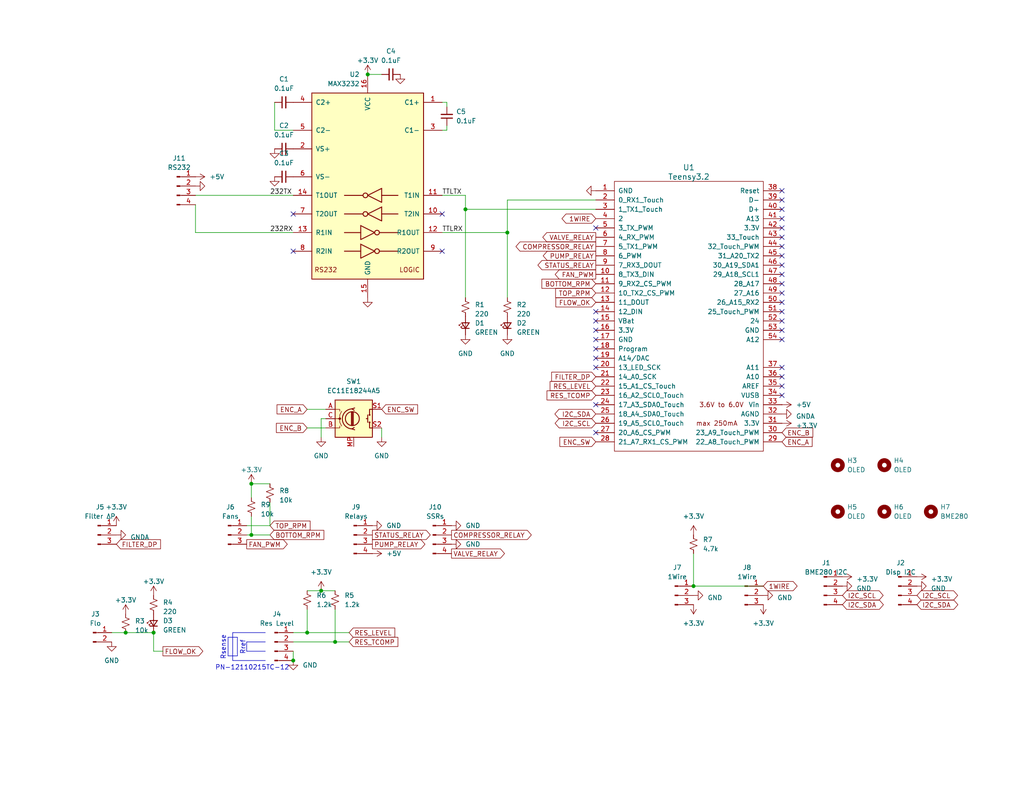
<source format=kicad_sch>
(kicad_sch (version 20231120) (generator "eeschema") (generator_version "8.0")
  (paper "USLetter")
  (title_block (title "CW-5200 Controller") (date "2024-08-01") (company "AGMLego") (comment 1 "https://github.com/agmlego/water-cooling-controller"))
  (lib_symbols
    (symbol "Connector:Conn_01x02_Pin" (pin_names (offset 1.016) hide)
      (property "Reference" "J" (at 0 2.54 0))
      (property "Value" "Conn_01x02_Pin" (at 0 -5.08 0))
      (symbol "Conn_01x02_Pin_1_1"
        (polyline (pts (xy 1.27 -2.54) (xy 0.8636 -2.54)) (stroke (width 0.1524)))
        (polyline (pts (xy 1.27 0) (xy 0.8636 0)) (stroke (width 0.1524)))
        (rectangle (start 0.8636 -2.413) (end 0 -2.667) (stroke (width 0.1524)) (fill (type outline)))
        (rectangle (start 0.8636 0.127) (end 0 -0.127) (stroke (width 0.1524)) (fill (type outline)))
        (pin passive line (at 5.08 0 180) (length 3.81) (name "Pin_1") (number "1"))
        (pin passive line (at 5.08 -2.54 180) (length 3.81) (name "Pin_2") (number "2"))
      )
    )
    (symbol "Connector:Conn_01x03_Pin" (pin_names (offset 1.016) hide)
      (property "Reference" "J" (at 0 5.08 0))
      (property "Value" "Conn_01x03_Pin" (at 0 -5.08 0))
      (symbol "Conn_01x03_Pin_1_1"
        (polyline (pts (xy 1.27 -2.54) (xy 0.8636 -2.54)) (stroke (width 0.1524)))
        (polyline (pts (xy 1.27 0) (xy 0.8636 0)) (stroke (width 0.1524)))
        (polyline (pts (xy 1.27 2.54) (xy 0.8636 2.54)) (stroke (width 0.1524)))
        (rectangle (start 0.8636 -2.413) (end 0 -2.667) (stroke (width 0.1524)) (fill (type outline)))
        (rectangle (start 0.8636 0.127) (end 0 -0.127) (stroke (width 0.1524)) (fill (type outline)))
        (rectangle (start 0.8636 2.667) (end 0 2.413) (stroke (width 0.1524)) (fill (type outline)))
        (pin passive line (at 5.08 2.54 180) (length 3.81) (name "Pin_1") (number "1"))
        (pin passive line (at 5.08 0 180) (length 3.81) (name "Pin_2") (number "2"))
        (pin passive line (at 5.08 -2.54 180) (length 3.81) (name "Pin_3") (number "3"))
      )
    )
    (symbol "Connector:Conn_01x04_Pin" (pin_names (offset 1.016) hide)
      (property "Reference" "J" (at 0 5.08 0))
      (property "Value" "Conn_01x04_Pin" (at 0 -7.62 0))
      (symbol "Conn_01x04_Pin_1_1"
        (polyline (pts (xy 1.27 -5.08) (xy 0.8636 -5.08)) (stroke (width 0.1524)))
        (polyline (pts (xy 1.27 -2.54) (xy 0.8636 -2.54)) (stroke (width 0.1524)))
        (polyline (pts (xy 1.27 0) (xy 0.8636 0)) (stroke (width 0.1524)))
        (polyline (pts (xy 1.27 2.54) (xy 0.8636 2.54)) (stroke (width 0.1524)))
        (rectangle (start 0.8636 -4.953) (end 0 -5.207) (stroke (width 0.1524)) (fill (type outline)))
        (rectangle (start 0.8636 -2.413) (end 0 -2.667) (stroke (width 0.1524)) (fill (type outline)))
        (rectangle (start 0.8636 0.127) (end 0 -0.127) (stroke (width 0.1524)) (fill (type outline)))
        (rectangle (start 0.8636 2.667) (end 0 2.413) (stroke (width 0.1524)) (fill (type outline)))
        (pin passive line (at 5.08 2.54 180) (length 3.81) (name "Pin_1") (number "1"))
        (pin passive line (at 5.08 0 180) (length 3.81) (name "Pin_2") (number "2"))
        (pin passive line (at 5.08 -2.54 180) (length 3.81) (name "Pin_3") (number "3"))
        (pin passive line (at 5.08 -5.08 180) (length 3.81) (name "Pin_4") (number "4"))
      )
    )
    (symbol "Device:C_Small" (pin_numbers hide) (pin_names (offset 0.254) hide)
      (property "Reference" "C" (at 0.254 1.778 0))
      (property "Value" "C_Small" (at 0.254 -2.032 0))
      (symbol "C_Small_0_1"
        (polyline (pts (xy -1.524 -0.508) (xy 1.524 -0.508)) (stroke (width 0.3302)))
        (polyline (pts (xy -1.524 0.508) (xy 1.524 0.508)) (stroke (width 0.3048)))
      )
      (symbol "C_Small_1_1"
        (pin passive line (at 0 2.54 270) (length 2.032) (name "~") (number "1"))
        (pin passive line (at 0 -2.54 90) (length 2.032) (name "~") (number "2"))
      )
    )
    (symbol "Device:LED_Small" (pin_numbers hide) (pin_names (offset 0.254) hide)
      (property "Reference" "D" (at -1.27 3.175 0))
      (property "Value" "LED_Small" (at -4.445 -2.54 0))
      (symbol "LED_Small_0_1"
        (polyline (pts (xy -0.762 -1.016) (xy -0.762 1.016)) (stroke (width 0.254)))
        (polyline (pts (xy 1.016 0) (xy -0.762 0)))
        (polyline (pts (xy 0.762 -1.016) (xy -0.762 0) (xy 0.762 1.016) (xy 0.762 -1.016)) (stroke (width 0.254)))
        (polyline (pts (xy 0 0.762) (xy -0.508 1.27) (xy -0.254 1.27) (xy -0.508 1.27) (xy -0.508 1.016)))
        (polyline (pts (xy 0.508 1.27) (xy 0 1.778) (xy 0.254 1.778) (xy 0 1.778) (xy 0 1.524)))
      )
      (symbol "LED_Small_1_1"
        (pin passive line (at -2.54 0 0) (length 1.778) (name "K") (number "1"))
        (pin passive line (at 2.54 0 180) (length 1.778) (name "A") (number "2"))
      )
    )
    (symbol "Device:R_Small_US" (pin_numbers hide) (pin_names (offset 0.254) hide)
      (property "Reference" "R" (at 0.762 0.508 0))
      (property "Value" "R_Small_US" (at 0.762 -1.016 0))
      (symbol "R_Small_US_1_1"
        (polyline (pts (xy 0 0) (xy 1.016 -0.381) (xy 0 -0.762) (xy -1.016 -1.143) (xy 0 -1.524)))
        (polyline (pts (xy 0 1.524) (xy 1.016 1.143) (xy 0 0.762) (xy -1.016 0.381) (xy 0 0)))
        (pin passive line (at 0 2.54 270) (length 1.016) (name "~") (number "1"))
        (pin passive line (at 0 -2.54 90) (length 1.016) (name "~") (number "2"))
      )
    )
    (symbol "Device:RotaryEncoder_Switch_MP" (pin_names (offset 0.254) hide)
      (property "Reference" "SW" (at 0 8.89 0))
      (property "Value" "RotaryEncoder_Switch_MP" (at 0 6.35 0))
      (symbol "RotaryEncoder_Switch_MP_0_1"
        (rectangle (start -5.08 5.08) (end 5.08 -5.08) (stroke (width 0.254)) (fill (type background)))
        (circle (center -3.81 0) (radius 0.254) (fill (type outline)))
        (circle (center -0.381 0) (radius 1.905) (stroke (width 0.254)))
        (arc (start -0.381 2.667) (mid -3.0988 -0.0635) (end -0.381 -2.794) (stroke (width 0.254)))
        (polyline (pts (xy -0.635 -1.778) (xy -0.635 1.778)) (stroke (width 0.254)))
        (polyline (pts (xy -0.381 -1.778) (xy -0.381 1.778)) (stroke (width 0.254)))
        (polyline (pts (xy -0.127 1.778) (xy -0.127 -1.778)) (stroke (width 0.254)))
        (polyline (pts (xy 3.81 0) (xy 3.429 0)) (stroke (width 0.254)))
        (polyline (pts (xy 3.81 1.016) (xy 3.81 -1.016)) (stroke (width 0.254)))
        (polyline (pts (xy -5.08 -2.54) (xy -3.81 -2.54) (xy -3.81 -2.032)))
        (polyline (pts (xy -5.08 2.54) (xy -3.81 2.54) (xy -3.81 2.032)))
        (polyline (pts (xy 0.254 -3.048) (xy -0.508 -2.794) (xy 0.127 -2.413)) (stroke (width 0.254)))
        (polyline (pts (xy 0.254 2.921) (xy -0.508 2.667) (xy 0.127 2.286)) (stroke (width 0.254)))
        (polyline (pts (xy 5.08 -2.54) (xy 4.318 -2.54) (xy 4.318 -1.016)) (stroke (width 0.254)))
        (polyline (pts (xy 5.08 2.54) (xy 4.318 2.54) (xy 4.318 1.016)) (stroke (width 0.254)))
        (polyline (pts (xy -5.08 0) (xy -3.81 0) (xy -3.81 -1.016) (xy -3.302 -2.032)))
        (polyline (pts (xy -4.318 0) (xy -3.81 0) (xy -3.81 1.016) (xy -3.302 2.032)))
        (circle (center 4.318 -1.016) (radius 0.127) (stroke (width 0.254)))
        (circle (center 4.318 1.016) (radius 0.127) (stroke (width 0.254)))
      )
      (symbol "RotaryEncoder_Switch_MP_1_1"
        (pin passive line (at -7.62 2.54 0) (length 2.54) (name "A") (number "A"))
        (pin passive line (at -7.62 -2.54 0) (length 2.54) (name "B") (number "B"))
        (pin passive line (at -7.62 0 0) (length 2.54) (name "C") (number "C"))
        (pin passive line (at 0 -7.62 90) (length 2.54) (name "MP") (number "MP"))
        (pin passive line (at 7.62 2.54 180) (length 2.54) (name "S1") (number "S1"))
        (pin passive line (at 7.62 -2.54 180) (length 2.54) (name "S2") (number "S2"))
      )
    )
    (symbol "GNDA_1" (power) (pin_numbers hide) (pin_names (offset 0) hide)
      (property "Value" "GNDA" (at 0 -3.81 0))
      (symbol "GNDA_1_0_1"
        (polyline (pts (xy 0 0) (xy 0 -1.27) (xy 1.27 -1.27) (xy 0 -2.54) (xy -1.27 -1.27) (xy 0 -1.27)))
      )
      (symbol "GNDA_1_1_1"
        (pin power_in line (at 0 0 270) (length 0) (name "~") (number "1"))
      )
    )
    (symbol "Interface_UART:MAX3232" (pin_names (offset 1.016))
      (property "Reference" "U" (at -2.54 28.575 0))
      (property "Value" "MAX3232" (at -2.54 26.67 0))
      (symbol "MAX3232_0_0"
        (text "LOGIC" (at -11.43 -22.86 0) (effects (font (size 1.27 1.27))))
        (text "RS232" (at 11.43 -22.86 0) (effects (font (size 1.27 1.27))))
      )
      (symbol "MAX3232_0_1"
        (rectangle (start -15.24 -25.4) (end 15.24 25.4) (stroke (width 0.254)) (fill (type background)))
        (circle (center -2.54 -17.78) (radius 0.635) (stroke (width 0.254)))
        (circle (center -2.54 -12.7) (radius 0.635) (stroke (width 0.254)))
        (polyline (pts (xy -3.81 -7.62) (xy -8.255 -7.62)) (stroke (width 0.254)))
        (polyline (pts (xy -3.81 -2.54) (xy -8.255 -2.54)) (stroke (width 0.254)))
        (polyline (pts (xy -3.175 -17.78) (xy -8.255 -17.78)) (stroke (width 0.254)))
        (polyline (pts (xy -3.175 -12.7) (xy -8.255 -12.7)) (stroke (width 0.254)))
        (polyline (pts (xy 1.27 -7.62) (xy 6.35 -7.62)) (stroke (width 0.254)))
        (polyline (pts (xy 1.27 -2.54) (xy 6.35 -2.54)) (stroke (width 0.254)))
        (polyline (pts (xy 1.905 -17.78) (xy 6.35 -17.78)) (stroke (width 0.254)))
        (polyline (pts (xy 1.905 -12.7) (xy 6.35 -12.7)) (stroke (width 0.254)))
        (polyline (pts (xy -3.81 -5.715) (xy -3.81 -9.525) (xy 0 -7.62) (xy -3.81 -5.715)) (stroke (width 0.254)))
        (polyline (pts (xy -3.81 -0.635) (xy -3.81 -4.445) (xy 0 -2.54) (xy -3.81 -0.635)) (stroke (width 0.254)))
        (polyline (pts (xy 1.905 -15.875) (xy 1.905 -19.685) (xy -1.905 -17.78) (xy 1.905 -15.875)) (stroke (width 0.254)))
        (polyline (pts (xy 1.905 -10.795) (xy 1.905 -14.605) (xy -1.905 -12.7) (xy 1.905 -10.795)) (stroke (width 0.254)))
        (circle (center 0.635 -7.62) (radius 0.635) (stroke (width 0.254)))
        (circle (center 0.635 -2.54) (radius 0.635) (stroke (width 0.254)))
      )
      (symbol "MAX3232_1_1"
        (pin passive line (at -20.32 22.86 0) (length 5.08) (name "C1+") (number "1"))
        (pin input line (at -20.32 -7.62 0) (length 5.08) (name "T2IN") (number "10"))
        (pin input line (at -20.32 -2.54 0) (length 5.08) (name "T1IN") (number "11"))
        (pin output line (at -20.32 -12.7 0) (length 5.08) (name "R1OUT") (number "12"))
        (pin input line (at 20.32 -12.7 180) (length 5.08) (name "R1IN") (number "13"))
        (pin output line (at 20.32 -2.54 180) (length 5.08) (name "T1OUT") (number "14"))
        (pin power_in line (at 0 -30.48 90) (length 5.08) (name "GND") (number "15"))
        (pin power_in line (at 0 30.48 270) (length 5.08) (name "VCC") (number "16"))
        (pin power_out line (at 20.32 10.16 180) (length 5.08) (name "VS+") (number "2"))
        (pin passive line (at -20.32 15.24 0) (length 5.08) (name "C1-") (number "3"))
        (pin passive line (at 20.32 22.86 180) (length 5.08) (name "C2+") (number "4"))
        (pin passive line (at 20.32 15.24 180) (length 5.08) (name "C2-") (number "5"))
        (pin power_out line (at 20.32 2.54 180) (length 5.08) (name "VS-") (number "6"))
        (pin output line (at 20.32 -7.62 180) (length 5.08) (name "T2OUT") (number "7"))
        (pin input line (at 20.32 -17.78 180) (length 5.08) (name "R2IN") (number "8"))
        (pin output line (at -20.32 -17.78 0) (length 5.08) (name "R2OUT") (number "9"))
      )
    )
    (symbol "Mechanical:MountingHole" (pin_names (offset 1.016)) (exclude_from_sim yes) (in_bom no)
      (property "Reference" "H" (at 0 5.08 0))
      (property "Value" "MountingHole" (at 0 3.175 0))
      (symbol "MountingHole_0_1"
        (circle (center 0 0) (radius 1.27) (stroke (width 1.27)))
      )
    )
    (symbol "power:+3.3V" (power) (pin_names (offset 0))
      (property "Value" "+3.3V" (at 0 3.556 0))
      (symbol "+3.3V_0_1"
        (polyline (pts (xy -0.762 1.27) (xy 0 2.54)))
        (polyline (pts (xy 0 0) (xy 0 2.54)))
        (polyline (pts (xy 0 2.54) (xy 0.762 1.27)))
      )
      (symbol "+3.3V_1_1"
        (pin power_in line (at 0 0 90) (length 0) hide (name "+3.3V") (number "1"))
      )
    )
    (symbol "power:+5V" (power) (pin_numbers hide) (pin_names (offset 0) hide)
      (property "Value" "+5V" (at 0 3.556 0))
      (symbol "+5V_0_1"
        (polyline (pts (xy -0.762 1.27) (xy 0 2.54)))
        (polyline (pts (xy 0 0) (xy 0 2.54)))
        (polyline (pts (xy 0 2.54) (xy 0.762 1.27)))
      )
      (symbol "+5V_1_1"
        (pin power_in line (at 0 0 90) (length 0) (name "~") (number "1"))
      )
    )
    (symbol "power:GND" (power) (pin_names (offset 0))
      (property "Value" "GND" (at 0 -3.81 0))
      (symbol "GND_0_1"
        (polyline (pts (xy 0 0) (xy 0 -1.27) (xy 1.27 -1.27) (xy 0 -2.54) (xy -1.27 -1.27) (xy 0 -1.27)))
      )
      (symbol "GND_1_1"
        (pin power_in line (at 0 0 270) (length 0) hide (name "GND") (number "1"))
      )
    )
    (symbol "power:GNDA" (power) (pin_names (offset 0))
      (property "Value" "GNDA" (at 0 -3.81 0))
      (symbol "GNDA_0_1"
        (polyline (pts (xy 0 0) (xy 0 -1.27) (xy 1.27 -1.27) (xy 0 -2.54) (xy -1.27 -1.27) (xy 0 -1.27)))
      )
      (symbol "GNDA_1_1"
        (pin power_in line (at 0 0 270) (length 0) hide (name "GNDA") (number "1"))
      )
    )
    (symbol "teensy:Teensy3.2" (pin_names (offset 1.016))
      (property "Reference" "U" (at 0 39.37 0))
      (property "Value" "Teensy3.2" (at 0 -39.37 0))
      (symbol "Teensy3.2_0_0"
        (text "3.6V to 6.0V" (at 8.89 -24.13 0) (effects (font (size 1.27 1.27))))
        (text "max 250mA" (at 7.62 -29.21 0) (effects (font (size 1.27 1.27))))
      )
      (symbol "Teensy3.2_0_1"
        (rectangle (start -20.32 -36.83) (end 20.32 36.83))
      )
      (symbol "Teensy3.2_1_1"
        (pin power_in line (at -25.4 34.29 0) (length 5.08) (name "GND") (number "1"))
        (pin bidirectional line (at -25.4 11.43 0) (length 5.08) (name "8_TX3_DIN") (number "10"))
        (pin bidirectional line (at -25.4 8.89 0) (length 5.08) (name "9_RX2_CS_PWM") (number "11"))
        (pin bidirectional line (at -25.4 6.35 0) (length 5.08) (name "10_TX2_CS_PWM") (number "12"))
        (pin bidirectional line (at -25.4 3.81 0) (length 5.08) (name "11_DOUT") (number "13"))
        (pin bidirectional line (at -25.4 1.27 0) (length 5.08) (name "12_DIN") (number "14"))
        (pin power_in line (at -25.4 -1.27 0) (length 5.08) (name "VBat") (number "15"))
        (pin power_out line (at -25.4 -3.81 0) (length 5.08) (name "3.3V") (number "16"))
        (pin power_in line (at -25.4 -6.35 0) (length 5.08) (name "GND") (number "17"))
        (pin input line (at -25.4 -8.89 0) (length 5.08) (name "Program") (number "18"))
        (pin bidirectional line (at -25.4 -11.43 0) (length 5.08) (name "A14/DAC") (number "19"))
        (pin bidirectional line (at -25.4 31.75 0) (length 5.08) (name "0_RX1_Touch") (number "2"))
        (pin bidirectional line (at -25.4 -13.97 0) (length 5.08) (name "13_LED_SCK") (number "20"))
        (pin bidirectional line (at -25.4 -16.51 0) (length 5.08) (name "14_A0_SCK") (number "21"))
        (pin bidirectional line (at -25.4 -19.05 0) (length 5.08) (name "15_A1_CS_Touch") (number "22"))
        (pin bidirectional line (at -25.4 -21.59 0) (length 5.08) (name "16_A2_SCL0_Touch") (number "23"))
        (pin bidirectional line (at -25.4 -24.13 0) (length 5.08) (name "17_A3_SDA0_Touch") (number "24"))
        (pin bidirectional line (at -25.4 -26.67 0) (length 5.08) (name "18_A4_SDA0_Touch") (number "25"))
        (pin bidirectional line (at -25.4 -29.21 0) (length 5.08) (name "19_A5_SCL0_Touch") (number "26"))
        (pin bidirectional line (at -25.4 -31.75 0) (length 5.08) (name "20_A6_CS_PWM") (number "27"))
        (pin bidirectional line (at -25.4 -34.29 0) (length 5.08) (name "21_A7_RX1_CS_PWM") (number "28"))
        (pin bidirectional line (at 25.4 -34.29 180) (length 5.08) (name "22_A8_Touch_PWM") (number "29"))
        (pin bidirectional line (at -25.4 29.21 0) (length 5.08) (name "1_TX1_Touch") (number "3"))
        (pin bidirectional line (at 25.4 -31.75 180) (length 5.08) (name "23_A9_Touch_PWM") (number "30"))
        (pin power_out line (at 25.4 -29.21 180) (length 5.08) (name "3.3V") (number "31"))
        (pin power_out line (at 25.4 -26.67 180) (length 5.08) (name "AGND") (number "32"))
        (pin power_in line (at 25.4 -24.13 180) (length 5.08) (name "Vin") (number "33"))
        (pin power_in line (at 25.4 -21.59 180) (length 5.08) (name "VUSB") (number "34"))
        (pin input line (at 25.4 -19.05 180) (length 5.08) (name "AREF") (number "35"))
        (pin bidirectional line (at 25.4 -16.51 180) (length 5.08) (name "A10") (number "36"))
        (pin bidirectional line (at 25.4 -13.97 180) (length 5.08) (name "A11") (number "37"))
        (pin input line (at 25.4 34.29 180) (length 5.08) (name "Reset") (number "38"))
        (pin bidirectional line (at 25.4 31.75 180) (length 5.08) (name "D-") (number "39"))
        (pin bidirectional line (at -25.4 26.67 0) (length 5.08) (name "2") (number "4"))
        (pin bidirectional line (at 25.4 29.21 180) (length 5.08) (name "D+") (number "40"))
        (pin bidirectional line (at 25.4 26.67 180) (length 5.08) (name "A13") (number "41"))
        (pin power_out line (at 25.4 24.13 180) (length 5.08) (name "3.3V") (number "42"))
        (pin bidirectional line (at 25.4 21.59 180) (length 5.08) (name "33_Touch") (number "43"))
        (pin bidirectional line (at 25.4 19.05 180) (length 5.08) (name "32_Touch_PWM") (number "44"))
        (pin bidirectional line (at 25.4 16.51 180) (length 5.08) (name "31_A20_TX2") (number "45"))
        (pin bidirectional line (at 25.4 13.97 180) (length 5.08) (name "30_A19_SDA1") (number "46"))
        (pin bidirectional line (at 25.4 11.43 180) (length 5.08) (name "29_A18_SCL1") (number "47"))
        (pin bidirectional line (at 25.4 8.89 180) (length 5.08) (name "28_A17") (number "48"))
        (pin bidirectional line (at 25.4 6.35 180) (length 5.08) (name "27_A16") (number "49"))
        (pin bidirectional line (at -25.4 24.13 0) (length 5.08) (name "3_TX_PWM") (number "5"))
        (pin bidirectional line (at 25.4 3.81 180) (length 5.08) (name "26_A15_RX2") (number "50"))
        (pin bidirectional line (at 25.4 1.27 180) (length 5.08) (name "25_Touch_PWM") (number "51"))
        (pin bidirectional line (at 25.4 -1.27 180) (length 5.08) (name "24") (number "52"))
        (pin power_in line (at 25.4 -3.81 180) (length 5.08) (name "GND") (number "53"))
        (pin bidirectional line (at 25.4 -6.35 180) (length 5.08) (name "A12") (number "54"))
        (pin bidirectional line (at -25.4 21.59 0) (length 5.08) (name "4_RX_PWM") (number "6"))
        (pin bidirectional line (at -25.4 19.05 0) (length 5.08) (name "5_TX1_PWM") (number "7"))
        (pin bidirectional line (at -25.4 16.51 0) (length 5.08) (name "6_PWM") (number "8"))
        (pin bidirectional line (at -25.4 13.97 0) (length 5.08) (name "7_RX3_DOUT") (number "9"))
      )
    )
  )
  (junction (at 68.58 132.08))
  (junction (at 127 57.15))
  (junction (at 34.29 172.72))
  (junction (at 68.58 146.05))
  (junction (at 189.23 160.02))
  (junction (at 100.33 20.32))
  (junction (at 138.43 63.5))
  (junction (at 41.91 172.72))
  (junction (at 80.01 180.34))
  (junction (at 87.63 161.29))
  (junction (at 91.44 175.26))
  (junction (at 83.82 172.72))
  (no_connect (at 162.56 100.33))
  (no_connect (at 162.56 110.49))
  (no_connect (at 213.36 100.33))
  (no_connect (at 162.56 97.79))
  (no_connect (at 213.36 67.31))
  (no_connect (at 213.36 57.15))
  (no_connect (at 213.36 69.85))
  (no_connect (at 213.36 54.61))
  (no_connect (at 213.36 82.55))
  (no_connect (at 162.56 62.23))
  (no_connect (at 213.36 74.93))
  (no_connect (at 162.56 95.25))
  (no_connect (at 162.56 90.17))
  (no_connect (at 80.01 58.42))
  (no_connect (at 213.36 52.07))
  (no_connect (at 162.56 87.63))
  (no_connect (at 213.36 107.95))
  (no_connect (at 162.56 118.11))
  (no_connect (at 213.36 59.69))
  (no_connect (at 213.36 87.63))
  (no_connect (at 213.36 77.47))
  (no_connect (at 213.36 64.77))
  (no_connect (at 120.65 68.58))
  (no_connect (at 213.36 92.71))
  (no_connect (at 213.36 90.17))
  (no_connect (at 213.36 62.23))
  (no_connect (at 213.36 72.39))
  (no_connect (at 80.01 68.58))
  (no_connect (at 213.36 105.41))
  (no_connect (at 120.65 58.42))
  (no_connect (at 162.56 92.71))
  (no_connect (at 213.36 85.09))
  (no_connect (at 213.36 102.87))
  (no_connect (at 213.36 80.01))
  (no_connect (at 162.56 85.09))
  (wire (pts (xy 91.44 166.37) (xy 91.44 175.26)))
  (wire (pts (xy 189.23 151.13) (xy 189.23 160.02)))
  (polyline (pts (xy 62.23 173.99) (xy 62.23 179.07)))
  (wire (pts (xy 68.58 132.08) (xy 68.58 135.89)))
  (wire (pts (xy 74.93 35.56) (xy 80.01 35.56)))
  (wire (pts (xy 83.82 172.72) (xy 95.25 172.72)))
  (wire (pts (xy 121.92 27.94) (xy 121.92 29.21)))
  (polyline (pts (xy 63.5 172.72) (xy 63.5 180.34)))
  (wire (pts (xy 73.66 146.05) (xy 68.58 146.05)))
  (wire (pts (xy 120.65 27.94) (xy 121.92 27.94)))
  (wire (pts (xy 83.82 166.37) (xy 83.82 172.72)))
  (wire (pts (xy 74.93 27.94) (xy 74.93 35.56)))
  (wire (pts (xy 44.45 177.8) (xy 41.91 177.8)))
  (wire (pts (xy 87.63 161.29) (xy 91.44 161.29)))
  (polyline (pts (xy 64.77 173.99) (xy 64.77 179.07)))
  (wire (pts (xy 83.82 116.84) (xy 88.9 116.84)))
  (wire (pts (xy 121.92 34.29) (xy 121.92 35.56)))
  (wire (pts (xy 68.58 132.08) (xy 73.66 132.08)))
  (wire (pts (xy 127 81.28) (xy 127 57.15)))
  (wire (pts (xy 121.92 35.56) (xy 120.65 35.56)))
  (wire (pts (xy 68.58 146.05) (xy 67.31 146.05)))
  (wire (pts (xy 127 57.15) (xy 127 53.34)))
  (wire (pts (xy 104.14 20.32) (xy 100.33 20.32)))
  (wire (pts (xy 189.23 160.02) (xy 208.28 160.02)))
  (polyline (pts (xy 67.31 177.8) (xy 72.39 177.8)))
  (wire (pts (xy 41.91 177.8) (xy 41.91 172.72)))
  (wire (pts (xy 127 53.34) (xy 120.65 53.34)))
  (wire (pts (xy 83.82 111.76) (xy 88.9 111.76)))
  (wire (pts (xy 53.34 63.5) (xy 80.01 63.5)))
  (wire (pts (xy 80.01 177.8) (xy 80.01 180.34)))
  (wire (pts (xy 120.65 63.5) (xy 138.43 63.5)))
  (wire (pts (xy 73.66 137.16) (xy 73.66 143.51)))
  (wire (pts (xy 91.44 175.26) (xy 95.25 175.26)))
  (polyline (pts (xy 72.39 175.26) (xy 67.31 175.26)))
  (polyline (pts (xy 62.23 173.99) (xy 64.77 173.99)))
  (polyline (pts (xy 67.31 175.26) (xy 67.31 177.8)))
  (wire (pts (xy 87.63 114.3) (xy 87.63 119.38)))
  (wire (pts (xy 53.34 55.88) (xy 53.34 63.5)))
  (wire (pts (xy 34.29 172.72) (xy 41.91 172.72)))
  (polyline (pts (xy 64.77 179.07) (xy 62.23 179.07)))
  (wire (pts (xy 88.9 114.3) (xy 87.63 114.3)))
  (wire (pts (xy 73.66 143.51) (xy 67.31 143.51)))
  (wire (pts (xy 127 57.15) (xy 162.56 57.15)))
  (wire (pts (xy 68.58 140.97) (xy 68.58 146.05)))
  (wire (pts (xy 162.56 54.61) (xy 138.43 54.61)))
  (wire (pts (xy 53.34 53.34) (xy 80.01 53.34)))
  (wire (pts (xy 138.43 54.61) (xy 138.43 63.5)))
  (wire (pts (xy 138.43 63.5) (xy 138.43 81.28)))
  (wire (pts (xy 83.82 172.72) (xy 80.01 172.72)))
  (wire (pts (xy 104.14 119.38) (xy 104.14 116.84)))
  (polyline (pts (xy 63.5 180.34) (xy 72.39 180.34)))
  (wire (pts (xy 83.82 161.29) (xy 87.63 161.29)))
  (wire (pts (xy 30.48 172.72) (xy 34.29 172.72)))
  (polyline (pts (xy 72.39 172.72) (xy 63.5 172.72)))
  (wire (pts (xy 91.44 175.26) (xy 80.01 175.26)))
  (text "PN-12110215TC-12" (at 68.834 182.372 0) (effects (font (size 1.27 1.27))))
  (text "Rref" (at 66.294 176.784 90) (effects (font (size 1.27 1.27))))
  (text "Rsense" (at 60.96 176.784 90) (effects (font (size 1.27 1.27))))
  (label "TTLTX" (at 120.65 53.34 0))
  (label "232TX" (at 73.66 53.34 0))
  (label "TTLRX" (at 120.65 63.5 0))
  (label "232RX" (at 73.66 63.5 0))
  (global_label "STATUS_RELAY" (shape output) (at 101.6 146.05 0) (property "Intersheetrefs" "${INTERSHEET_REFS}" (effects (hide yes))))
  (global_label "ENC_B" (shape input) (at 213.36 118.11 0) (property "Intersheetrefs" "${INTERSHEET_REFS}" (effects (hide yes))))
  (global_label "VALVE_RELAY" (shape output) (at 162.56 64.77 180) (property "Intersheetrefs" "${INTERSHEET_REFS}" (effects (hide yes))))
  (global_label "RES_LEVEL" (shape input) (at 95.25 172.72 0) (property "Intersheetrefs" "${INTERSHEET_REFS}" (effects (hide yes))))
  (global_label "TOP_RPM" (shape input) (at 73.66 143.51 0) (property "Intersheetrefs" "${INTERSHEET_REFS}" (effects (hide yes))))
  (global_label "ENC_SW" (shape input) (at 162.56 120.65 180) (property "Intersheetrefs" "${INTERSHEET_REFS}" (effects (hide yes))))
  (global_label "I2C_SDA" (shape bidirectional) (at 250.19 165.1 0) (property "Intersheetrefs" "${INTERSHEET_REFS}" (effects (hide yes))))
  (global_label "I2C_SDA" (shape bidirectional) (at 162.56 113.03 180) (property "Intersheetrefs" "${INTERSHEET_REFS}" (effects (hide yes))))
  (global_label "PUMP_RELAY" (shape output) (at 101.6 148.59 0) (property "Intersheetrefs" "${INTERSHEET_REFS}" (effects (hide yes))))
  (global_label "BOTTOM_RPM" (shape input) (at 73.66 146.05 0) (property "Intersheetrefs" "${INTERSHEET_REFS}" (effects (hide yes))))
  (global_label "FILTER_DP" (shape input) (at 31.75 148.59 0) (property "Intersheetrefs" "${INTERSHEET_REFS}" (effects (hide yes))))
  (global_label "PUMP_RELAY" (shape output) (at 162.56 69.85 180) (property "Intersheetrefs" "${INTERSHEET_REFS}" (effects (hide yes))))
  (global_label "1WIRE" (shape bidirectional) (at 162.56 59.69 180) (property "Intersheetrefs" "${INTERSHEET_REFS}" (effects (hide yes))))
  (global_label "I2C_SCL" (shape bidirectional) (at 229.87 162.56 0) (property "Intersheetrefs" "${INTERSHEET_REFS}" (effects (hide yes))))
  (global_label "ENC_B" (shape input) (at 83.82 116.84 180) (property "Intersheetrefs" "${INTERSHEET_REFS}" (effects (hide yes))))
  (global_label "RES_TCOMP" (shape input) (at 162.56 107.95 180) (property "Intersheetrefs" "${INTERSHEET_REFS}" (effects (hide yes))))
  (global_label "BOTTOM_RPM" (shape input) (at 162.56 77.47 180) (property "Intersheetrefs" "${INTERSHEET_REFS}" (effects (hide yes))))
  (global_label "1WIRE" (shape bidirectional) (at 208.28 160.02 0) (property "Intersheetrefs" "${INTERSHEET_REFS}" (effects (hide yes))))
  (global_label "FILTER_DP" (shape input) (at 162.56 102.87 180) (property "Intersheetrefs" "${INTERSHEET_REFS}" (effects (hide yes))))
  (global_label "RES_LEVEL" (shape input) (at 162.56 105.41 180) (property "Intersheetrefs" "${INTERSHEET_REFS}" (effects (hide yes))))
  (global_label "FAN_PWM" (shape output) (at 162.56 74.93 180) (property "Intersheetrefs" "${INTERSHEET_REFS}" (effects (hide yes))))
  (global_label "TOP_RPM" (shape input) (at 162.56 80.01 180) (property "Intersheetrefs" "${INTERSHEET_REFS}" (effects (hide yes))))
  (global_label "RES_TCOMP" (shape input) (at 95.25 175.26 0) (property "Intersheetrefs" "${INTERSHEET_REFS}" (effects (hide yes))))
  (global_label "I2C_SDA" (shape bidirectional) (at 229.87 165.1 0) (property "Intersheetrefs" "${INTERSHEET_REFS}" (effects (hide yes))))
  (global_label "ENC_SW" (shape input) (at 104.14 111.76 0) (property "Intersheetrefs" "${INTERSHEET_REFS}" (effects (hide yes))))
  (global_label "STATUS_RELAY" (shape output) (at 162.56 72.39 180) (property "Intersheetrefs" "${INTERSHEET_REFS}" (effects (hide yes))))
  (global_label "COMPRESSOR_RELAY" (shape output) (at 162.56 67.31 180) (property "Intersheetrefs" "${INTERSHEET_REFS}" (effects (hide yes))))
  (global_label "VALVE_RELAY" (shape output) (at 123.19 151.13 0) (property "Intersheetrefs" "${INTERSHEET_REFS}" (effects (hide yes))))
  (global_label "I2C_SCL" (shape bidirectional) (at 250.19 162.56 0) (property "Intersheetrefs" "${INTERSHEET_REFS}" (effects (hide yes))))
  (global_label "COMPRESSOR_RELAY" (shape output) (at 123.19 146.05 0) (property "Intersheetrefs" "${INTERSHEET_REFS}" (effects (hide yes))))
  (global_label "FLOW_OK" (shape input) (at 162.56 82.55 180) (property "Intersheetrefs" "${INTERSHEET_REFS}" (effects (hide yes))))
  (global_label "ENC_A" (shape input) (at 83.82 111.76 180) (property "Intersheetrefs" "${INTERSHEET_REFS}" (effects (hide yes))))
  (global_label "ENC_A" (shape input) (at 213.36 120.65 0) (property "Intersheetrefs" "${INTERSHEET_REFS}" (effects (hide yes))))
  (global_label "FAN_PWM" (shape output) (at 67.31 148.59 0) (property "Intersheetrefs" "${INTERSHEET_REFS}" (effects (hide yes))))
  (global_label "FLOW_OK" (shape output) (at 44.45 177.8 0) (property "Intersheetrefs" "${INTERSHEET_REFS}" (effects (hide yes))))
  (global_label "I2C_SCL" (shape bidirectional) (at 162.56 115.57 180) (property "Intersheetrefs" "${INTERSHEET_REFS}" (effects (hide yes))))
  (symbol (lib_id "power:+3.3V") (at 250.19 157.48 270) (unit 1)
    (property "Reference" "#PWR010" (effects (hide yes)))
    (property "Value" "+3.3V" (at 254 158.115 90) (effects (justify left)))
  )
  (symbol (lib_id "Interface_UART:MAX3232") (at 100.33 50.8 0) (mirror y) (unit 1)
    (property "Reference" "U2" (at 98.1359 20.32 0) (effects (justify left)))
    (property "Value" "MAX3232" (at 98.1359 22.86 0) (effects (justify left)))
    (property "Footprint" "Package_SO:TSSOP-16_4.4x5mm_P0.65mm" (effects (hide yes)))
    (property "Datasheet" "https://datasheets.maximintegrated.com/en/ds/MAX3222-MAX3241.pdf" (effects (hide yes)))
    (property "Description" "3.0V to 5.5V, Low-Power, up to 1Mbps, True RS-232 Transceivers Using Four 0.1μF External Capacitors" (effects (hide yes)))
  )
  (symbol (lib_id "power:GND") (at 138.43 91.44 0) (unit 1)
    (property "Reference" "#PWR02" (effects (hide yes)))
    (property "Value" "GND" (at 138.43 96.52 0))
  )
  (symbol (lib_id "Mechanical:MountingHole") (at 228.6 139.7 0) (unit 1) (exclude_from_sim yes)
    (property "Reference" "H5" (at 231.14 138.4299 0) (effects (justify left)))
    (property "Value" "OLED" (at 231.14 140.9699 0) (effects (justify left)))
    (property "Footprint" "MountingHole:MountingHole_2.2mm_M2" (effects (hide yes)))
  )
  (symbol (lib_id "power:+5V") (at 53.34 48.26 270) (unit 1)
    (property "Reference" "#PWR036" (effects (hide yes)))
    (property "Value" "+5V" (at 57.15 48.2599 90) (effects (justify left)))
    (property "Description" "Power symbol creates a global label with name \"+5V\"" (effects (hide yes)))
  )
  (symbol (lib_id "Connector:Conn_01x03_Pin") (at 62.23 146.05 0) (unit 1)
    (property "Reference" "J6" (at 62.865 138.43 0))
    (property "Value" "Fans" (at 62.865 140.97 0))
    (property "Footprint" "Connector_JST:JST_XH_B3B-XH-A_1x03_P2.50mm_Vertical" (effects (hide yes)))
  )
  (symbol (lib_id "power:GND") (at 74.93 48.26 0) (unit 1)
    (property "Reference" "#PWR013" (effects (hide yes)))
    (property "Value" "GND" (effects (hide yes)))
  )
  (symbol (lib_id "power:GND") (at 189.23 162.56 90) (unit 1)
    (property "Reference" "#PWR026" (effects (hide yes)))
    (property "Value" "GND" (at 193.04 163.195 90) (effects (justify right)))
  )
  (symbol (lib_id "Connector:Conn_01x03_Pin") (at 184.15 162.56 0) (unit 1)
    (property "Reference" "J7" (at 184.785 154.94 0))
    (property "Value" "1Wire" (at 184.785 157.48 0))
    (property "Footprint" "Connector_JST:JST_XH_B3B-XH-A_1x03_P2.50mm_Vertical" (effects (hide yes)))
  )
  (symbol (lib_id "Device:R_Small_US") (at 34.29 170.18 0) (unit 1)
    (property "Reference" "R3" (at 36.83 169.545 0) (effects (justify left)))
    (property "Value" "10k" (at 36.83 172.085 0) (effects (justify left)))
    (property "Footprint" "Resistor_SMD:R_1206_3216Metric" (effects (hide yes)))
  )
  (symbol (lib_id "Connector:Conn_01x03_Pin") (at 203.2 162.56 0) (unit 1)
    (property "Reference" "J8" (at 203.835 154.94 0))
    (property "Value" "1Wire" (at 203.835 157.48 0))
    (property "Footprint" "Connector_JST:JST_XH_B3B-XH-A_1x03_P2.50mm_Vertical" (effects (hide yes)))
  )
  (symbol (lib_id "power:GND") (at 127 91.44 0) (unit 1)
    (property "Reference" "#PWR01" (effects (hide yes)))
    (property "Value" "GND" (at 127 96.52 0))
  )
  (symbol (lib_id "power:GND") (at 87.63 119.38 0) (unit 1)
    (property "Reference" "#PWR034" (effects (hide yes)))
    (property "Value" "GND" (at 87.63 124.46 0))
  )
  (symbol (lib_id "power:GND") (at 208.28 162.56 90) (unit 1)
    (property "Reference" "#PWR025" (effects (hide yes)))
    (property "Value" "GND" (at 212.09 163.195 90) (effects (justify right)))
  )
  (symbol (lib_id "power:+5V") (at 101.6 151.13 270) (unit 1)
    (property "Reference" "#PWR027" (effects (hide yes)))
    (property "Value" "+5V" (at 105.41 151.1299 90) (effects (justify left)))
    (property "Description" "Power symbol creates a global label with name \"+5V\"" (effects (hide yes)))
  )
  (symbol (lib_id "Device:R_Small_US") (at 91.44 163.83 180) (unit 1)
    (property "Reference" "R5" (at 93.98 162.5599 0) (effects (justify right)))
    (property "Value" "1.2k" (at 93.98 165.0999 0) (effects (justify right)))
    (property "Footprint" "Resistor_SMD:R_1206_3216Metric" (effects (hide yes)))
  )
  (symbol (lib_id "Device:C_Small") (at 121.92 31.75 180) (unit 1)
    (property "Reference" "C5" (at 124.46 30.4735 0) (effects (justify right)))
    (property "Value" "0.1uF" (at 124.46 33.0135 0) (effects (justify right)))
    (property "Footprint" "Capacitor_SMD:C_1206_3216Metric" (effects (hide yes)))
  )
  (symbol (lib_id "power:GND") (at 109.22 20.32 0) (unit 1)
    (property "Reference" "#PWR016" (effects (hide yes)))
    (property "Value" "GND" (effects (hide yes)))
  )
  (symbol (lib_id "Device:C_Small") (at 106.68 20.32 270) (unit 1)
    (property "Reference" "C4" (at 106.6736 13.97 90))
    (property "Value" "0.1uF" (at 106.6736 16.51 90))
    (property "Footprint" "Capacitor_SMD:C_1206_3216Metric" (effects (hide yes)))
  )
  (symbol (lib_id "Mechanical:MountingHole") (at 228.6 127 0) (unit 1) (exclude_from_sim yes)
    (property "Reference" "H3" (at 231.14 125.7299 0) (effects (justify left)))
    (property "Value" "OLED" (at 231.14 128.2699 0) (effects (justify left)))
    (property "Footprint" "MountingHole:MountingHole_2.2mm_M2" (effects (hide yes)))
  )
  (symbol (lib_id "power:GND") (at 162.56 52.07 270) (unit 1)
    (property "Reference" "#PWR03" (effects (hide yes)))
    (property "Value" "GND" (effects (hide yes)))
  )
  (symbol (lib_id "Connector:Conn_01x04_Pin") (at 96.52 146.05 0) (unit 1)
    (property "Reference" "J9" (at 97.155 138.43 0))
    (property "Value" "Relays" (at 97.155 140.97 0))
    (property "Footprint" "Connector_JST:JST_XH_B4B-XH-A_1x04_P2.50mm_Vertical" (effects (hide yes)))
  )
  (symbol (lib_id "Device:R_Small_US") (at 138.43 83.82 0) (unit 1)
    (property "Reference" "R2" (at 140.97 83.185 0) (effects (justify left)))
    (property "Value" "220" (at 140.97 85.725 0) (effects (justify left)))
    (property "Footprint" "Resistor_SMD:R_1206_3216Metric" (effects (hide yes)))
  )
  (symbol (lib_id "power:GNDA") (at 31.75 146.05 90) (unit 1)
    (property "Reference" "#PWR022" (effects (hide yes)))
    (property "Value" "GNDA" (at 35.56 146.685 90) (effects (justify right)))
  )
  (symbol (lib_id "power:GND") (at 74.93 40.64 0) (unit 1)
    (property "Reference" "#PWR012" (effects (hide yes)))
    (property "Value" "GND" (effects (hide yes)))
  )
  (symbol (lib_id "power:GND") (at 53.34 50.8 90) (unit 1)
    (property "Reference" "#PWR035" (effects (hide yes)))
    (property "Value" "GND" (effects (hide yes)))
  )
  (symbol (lib_id "Connector:Conn_01x04_Pin") (at 74.93 175.26 0) (unit 1)
    (property "Reference" "J4" (at 75.565 167.64 0))
    (property "Value" "Res Level" (at 75.565 170.18 0))
    (property "Footprint" "Connector_JST:JST_XH_B4B-XH-A_1x04_P2.50mm_Vertical" (effects (hide yes)))
  )
  (symbol (lib_id "power:GND") (at 229.87 160.02 90) (unit 1)
    (property "Reference" "#PWR09" (effects (hide yes)))
    (property "Value" "GND" (at 233.68 160.655 90) (effects (justify right)))
  )
  (symbol (lib_id "power:GND") (at 101.6 143.51 90) (unit 1)
    (property "Reference" "#PWR028" (effects (hide yes)))
    (property "Value" "GND" (at 105.41 143.5099 90) (effects (justify right)))
  )
  (symbol (lib_id "Device:R_Small_US") (at 41.91 165.1 0) (unit 1)
    (property "Reference" "R4" (at 44.45 164.465 0) (effects (justify left)))
    (property "Value" "220" (at 44.45 167.005 0) (effects (justify left)))
    (property "Footprint" "Resistor_SMD:R_1206_3216Metric" (effects (hide yes)))
  )
  (symbol (lib_id "power:GND") (at 100.33 81.28 0) (unit 1)
    (property "Reference" "#PWR015" (effects (hide yes)))
    (property "Value" "GND" (effects (hide yes)))
  )
  (symbol (lib_id "Device:LED_Small") (at 41.91 170.18 90) (unit 1)
    (property "Reference" "D3" (at 44.45 169.4815 90) (effects (justify right)))
    (property "Value" "GREEN" (at 44.45 172.0215 90) (effects (justify right)))
    (property "Footprint" "LED_SMD:LED_1206_3216Metric" (effects (hide yes)))
  )
  (symbol (lib_id "Device:LED_Small") (at 138.43 88.9 90) (unit 1)
    (property "Reference" "D2" (at 140.97 88.2015 90) (effects (justify right)))
    (property "Value" "GREEN" (at 140.97 90.7415 90) (effects (justify right)))
    (property "Footprint" "LED_SMD:LED_1206_3216Metric" (effects (hide yes)))
  )
  (symbol (lib_id "power:+3.3V") (at 229.87 157.48 270) (unit 1)
    (property "Reference" "#PWR08" (effects (hide yes)))
    (property "Value" "+3.3V" (at 233.68 158.115 90) (effects (justify left)))
  )
  (symbol (lib_id "Device:LED_Small") (at 127 88.9 90) (unit 1)
    (property "Reference" "D1" (at 129.54 88.2015 90) (effects (justify right)))
    (property "Value" "GREEN" (at 129.54 90.7415 90) (effects (justify right)))
    (property "Footprint" "LED_SMD:LED_1206_3216Metric" (effects (hide yes)))
  )
  (symbol (lib_id "Mechanical:MountingHole") (at 241.3 127 0) (unit 1) (exclude_from_sim yes)
    (property "Reference" "H4" (at 243.84 125.7299 0) (effects (justify left)))
    (property "Value" "OLED" (at 243.84 128.2699 0) (effects (justify left)))
    (property "Footprint" "MountingHole:MountingHole_2.2mm_M2" (effects (hide yes)))
  )
  (symbol (lib_id "Device:R_Small_US") (at 73.66 134.62 0) (unit 1)
    (property "Reference" "R8" (at 76.2 133.985 0) (effects (justify left)))
    (property "Value" "10k" (at 76.2 136.525 0) (effects (justify left)))
    (property "Footprint" "Resistor_SMD:R_1206_3216Metric" (effects (hide yes)))
  )
  (symbol (lib_id "Connector:Conn_01x03_Pin") (at 26.67 146.05 0) (unit 1)
    (property "Reference" "J5" (at 27.305 138.43 0))
    (property "Value" "Filter ΔP" (at 27.305 140.97 0))
    (property "Footprint" "Connector_JST:JST_XH_B3B-XH-A_1x03_P2.50mm_Vertical" (effects (hide yes)))
  )
  (symbol (lib_id "Device:R_Small_US") (at 127 83.82 0) (unit 1)
    (property "Reference" "R1" (at 129.54 83.185 0) (effects (justify left)))
    (property "Value" "220" (at 129.54 85.725 0) (effects (justify left)))
    (property "Footprint" "Resistor_SMD:R_1206_3216Metric" (effects (hide yes)))
  )
  (symbol (lib_id "power:+3.3V") (at 31.75 143.51 0) (unit 1)
    (property "Reference" "#PWR021" (effects (hide yes)))
    (property "Value" "+3.3V" (at 31.75 138.43 0))
  )
  (symbol (lib_id "power:+3.3V") (at 41.91 162.56 0) (unit 1)
    (property "Reference" "#PWR019" (effects (hide yes)))
    (property "Value" "+3.3V" (at 41.91 158.75 0))
  )
  (symbol (lib_id "power:GND") (at 123.19 148.59 90) (unit 1)
    (property "Reference" "#PWR030" (effects (hide yes)))
    (property "Value" "GND" (at 127 148.5899 90) (effects (justify right)))
  )
  (symbol (lib_id "Device:R_Small_US") (at 68.58 138.43 0) (unit 1)
    (property "Reference" "R9" (at 71.12 137.795 0) (effects (justify left)))
    (property "Value" "10k" (at 71.12 140.335 0) (effects (justify left)))
    (property "Footprint" "Resistor_SMD:R_1206_3216Metric" (effects (hide yes)))
  )
  (symbol (lib_id "Connector:Conn_01x04_Pin") (at 224.79 160.02 0) (unit 1)
    (property "Reference" "J1" (at 225.425 153.67 0))
    (property "Value" "BME280 I2C" (at 225.425 156.21 0))
    (property "Footprint" "Connector_PinHeader_2.54mm:PinHeader_1x04_P2.54mm_Vertical" (effects (hide yes)))
  )
  (symbol (lib_id "teensy:Teensy3.2") (at 187.96 86.36 0) (unit 1)
    (property "Reference" "U1" (at 187.96 45.72 0) (effects (font (size 1.524 1.524))))
    (property "Value" "Teensy3.2" (at 187.96 48.26 0) (effects (font (size 1.524 1.524))))
    (property "Footprint" "Teensy:Teensy30_31_32_All_Pins" (effects (hide yes)))
  )
  (symbol (lib_id "Device:RotaryEncoder_Switch_MP") (at 96.52 114.3 0) (unit 1)
    (property "Reference" "SW1" (at 96.52 104.14 0))
    (property "Value" "EC11E18244A5" (at 96.52 106.68 0))
    (property "Footprint" "Rotary_Encoder:RotaryEncoder_Alps_EC11E-Switch_Vertical_H20mm" (effects (hide yes)))
    (property "Description" "Rotary encoder, dual channel, incremental quadrate outputs, with switch and MP Pin" (effects (hide yes)))
  )
  (symbol (lib_id "Mechanical:MountingHole") (at 241.3 139.7 0) (unit 1) (exclude_from_sim yes)
    (property "Reference" "H6" (at 243.84 138.4299 0) (effects (justify left)))
    (property "Value" "OLED" (at 243.84 140.9699 0) (effects (justify left)))
    (property "Footprint" "MountingHole:MountingHole_2.2mm_M2" (effects (hide yes)))
  )
  (symbol (lib_id "power:+3.3V") (at 189.23 146.05 0) (unit 1)
    (property "Reference" "#PWR031" (effects (hide yes)))
    (property "Value" "+3.3V" (at 189.23 140.97 0))
  )
  (symbol (lib_id "power:+3.3V") (at 208.28 165.1 180) (unit 1)
    (property "Reference" "#PWR024" (effects (hide yes)))
    (property "Value" "+3.3V" (at 208.28 170.18 0))
  )
  (symbol (lib_id "power:+5V") (at 213.36 110.49 270) (unit 1)
    (property "Reference" "#PWR04" (effects (hide yes)))
    (property "Value" "+5V" (at 217.17 110.4899 90) (effects (justify left)))
    (property "Description" "Power symbol creates a global label with name \"+5V\"" (effects (hide yes)))
  )
  (symbol (lib_id "power:+3.3V") (at 87.63 161.29 0) (unit 1)
    (property "Reference" "#PWR020" (effects (hide yes)))
    (property "Value" "+3.3V" (at 87.63 156.21 0))
  )
  (symbol (lib_id "power:+3.3V") (at 213.36 115.57 270) (unit 1)
    (property "Reference" "#PWR07" (effects (hide yes)))
    (property "Value" "+3.3V" (at 217.17 116.205 90) (effects (justify left)))
  )
  (symbol (lib_id "power:+3.3V") (at 189.23 165.1 180) (unit 1)
    (property "Reference" "#PWR023" (effects (hide yes)))
    (property "Value" "+3.3V" (at 189.23 170.18 0))
  )
  (symbol (lib_name "GNDA_1") (lib_id "power:GNDA") (at 80.01 180.34 0) (unit 1)
    (property "Reference" "#PWR05" (effects (hide yes)))
    (property "Value" "GND" (at 82.55 181.6099 0) (effects (justify left)))
    (property "Description" "Power symbol creates a global label with name \"GNDA\" , analog ground" (effects (hide yes)))
  )
  (symbol (lib_id "Connector:Conn_01x04_Pin") (at 48.26 50.8 0) (unit 1)
    (property "Reference" "J11" (at 48.895 43.18 0))
    (property "Value" "RS232" (at 48.895 45.72 0))
    (property "Footprint" "Connector_JST:JST_XH_B4B-XH-A_1x04_P2.50mm_Vertical" (effects (hide yes)))
  )
  (symbol (lib_id "Device:C_Small") (at 77.47 48.26 270) (unit 1)
    (property "Reference" "C3" (at 77.4636 41.91 90))
    (property "Value" "0.1uF" (at 77.4636 44.45 90))
    (property "Footprint" "Capacitor_SMD:C_1206_3216Metric" (effects (hide yes)))
  )
  (symbol (lib_id "power:GND") (at 123.19 143.51 90) (unit 1)
    (property "Reference" "#PWR029" (effects (hide yes)))
    (property "Value" "GND" (at 127 143.5099 90) (effects (justify right)))
  )
  (symbol (lib_id "power:GND") (at 30.48 175.26 0) (unit 1)
    (property "Reference" "#PWR017" (effects (hide yes)))
    (property "Value" "GND" (at 30.48 180.34 0))
  )
  (symbol (lib_id "power:GNDA") (at 213.36 113.03 90) (unit 1)
    (property "Reference" "#PWR06" (effects (hide yes)))
    (property "Value" "GNDA" (at 217.17 113.665 90) (effects (justify right)))
  )
  (symbol (lib_id "Connector:Conn_01x04_Pin") (at 245.11 160.02 0) (unit 1)
    (property "Reference" "J2" (at 245.745 153.67 0))
    (property "Value" "Disp I2C" (at 245.745 156.21 0))
    (property "Footprint" "Connector_PinHeader_2.54mm:PinHeader_1x04_P2.54mm_Vertical" (effects (hide yes)))
  )
  (symbol (lib_id "power:GND") (at 104.14 119.38 0) (unit 1)
    (property "Reference" "#PWR032" (effects (hide yes)))
    (property "Value" "GND" (at 104.14 124.46 0))
  )
  (symbol (lib_id "power:+3.3V") (at 34.29 167.64 0) (unit 1)
    (property "Reference" "#PWR018" (effects (hide yes)))
    (property "Value" "+3.3V" (at 34.29 163.83 0))
  )
  (symbol (lib_id "Device:C_Small") (at 77.47 40.64 90) (unit 1)
    (property "Reference" "C2" (at 77.4763 34.29 90))
    (property "Value" "0.1uF" (at 77.4763 36.83 90))
    (property "Footprint" "Capacitor_SMD:C_1206_3216Metric" (effects (hide yes)))
  )
  (symbol (lib_id "Mechanical:MountingHole") (at 254 139.7 0) (unit 1) (exclude_from_sim yes)
    (property "Reference" "H7" (at 256.54 138.4299 0) (effects (justify left)))
    (property "Value" "BME280" (at 256.54 140.9699 0) (effects (justify left)))
    (property "Footprint" "MountingHole:MountingHole_3.2mm_M3" (effects (hide yes)))
  )
  (symbol (lib_id "power:+3.3V") (at 100.33 20.32 0) (unit 1)
    (property "Reference" "#PWR014" (effects (hide yes)))
    (property "Value" "+3.3V" (at 100.33 16.51 0))
  )
  (symbol (lib_id "Connector:Conn_01x04_Pin") (at 118.11 146.05 0) (unit 1)
    (property "Reference" "J10" (at 118.745 138.43 0))
    (property "Value" "SSRs" (at 118.745 140.97 0))
    (property "Footprint" "Connector_JST:JST_XH_B4B-XH-A_1x04_P2.50mm_Vertical" (effects (hide yes)))
  )
  (symbol (lib_id "Device:C_Small") (at 77.47 27.94 90) (unit 1)
    (property "Reference" "C1" (at 77.4763 21.59 90))
    (property "Value" "0.1uF" (at 77.4763 24.13 90))
    (property "Footprint" "Capacitor_SMD:C_1206_3216Metric" (effects (hide yes)))
  )
  (symbol (lib_id "Connector:Conn_01x02_Pin") (at 25.4 172.72 0) (unit 1)
    (property "Reference" "J3" (at 26.035 167.64 0))
    (property "Value" "Flo" (at 26.035 170.18 0))
    (property "Footprint" "Connector_JST:JST_XH_B2B-XH-A_1x02_P2.50mm_Vertical" (effects (hide yes)))
  )
  (symbol (lib_id "Device:R_Small_US") (at 83.82 163.83 0) (unit 1)
    (property "Reference" "R6" (at 86.36 162.5599 0) (effects (justify left)))
    (property "Value" "1.2k" (at 86.36 165.0999 0) (effects (justify left)))
    (property "Footprint" "Resistor_SMD:R_1206_3216Metric" (effects (hide yes)))
  )
  (symbol (lib_id "power:+3.3V") (at 68.58 132.08 0) (unit 1)
    (property "Reference" "#PWR033" (effects (hide yes)))
    (property "Value" "+3.3V" (at 68.58 128.27 0))
  )
  (symbol (lib_id "Device:R_Small_US") (at 189.23 148.59 180) (unit 1)
    (property "Reference" "R7" (at 191.77 147.3199 0) (effects (justify right)))
    (property "Value" "4.7k" (at 191.77 149.8599 0) (effects (justify right)))
    (property "Footprint" "Resistor_SMD:R_1206_3216Metric" (effects (hide yes)))
  )
  (symbol (lib_id "power:GND") (at 250.19 160.02 90) (unit 1)
    (property "Reference" "#PWR011" (effects (hide yes)))
    (property "Value" "GND" (at 254 160.655 90) (effects (justify right)))
  )
)
</source>
